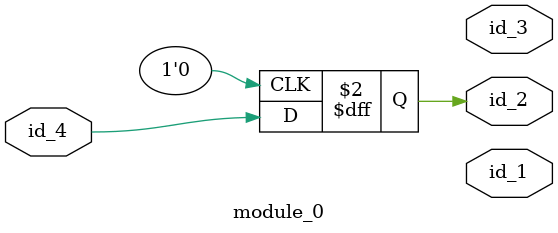
<source format=v>
`define pp_4 0
`define pp_5 0
module module_0 (
    id_1,
    id_2,
    id_3,
    id_4
);
  input id_4;
  output id_3;
  output id_2;
  output id_1;
  generate
    always @(posedge 1'b0) id_2 <= id_4;
  endgenerate
endmodule

</source>
